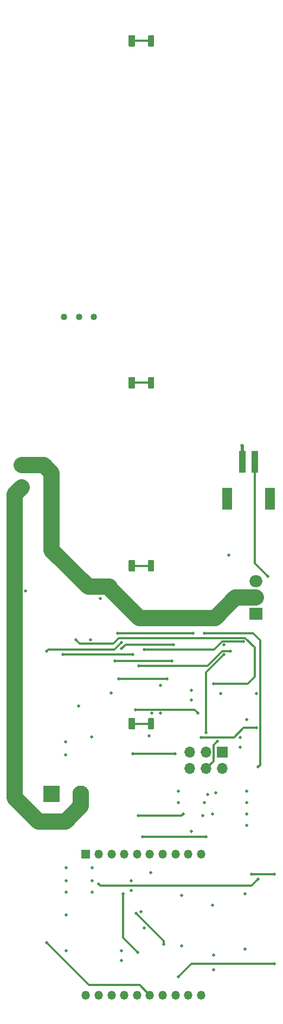
<source format=gbr>
G04 #@! TF.GenerationSoftware,KiCad,Pcbnew,(5.1.7)-1*
G04 #@! TF.CreationDate,2021-11-09T10:37:56-06:00*
G04 #@! TF.ProjectId,cutdown,63757464-6f77-46e2-9e6b-696361645f70,3.1*
G04 #@! TF.SameCoordinates,Original*
G04 #@! TF.FileFunction,Copper,L4,Bot*
G04 #@! TF.FilePolarity,Positive*
%FSLAX46Y46*%
G04 Gerber Fmt 4.6, Leading zero omitted, Abs format (unit mm)*
G04 Created by KiCad (PCBNEW (5.1.7)-1) date 2021-11-09 10:37:56*
%MOMM*%
%LPD*%
G01*
G04 APERTURE LIST*
G04 #@! TA.AperFunction,ComponentPad*
%ADD10R,1.700000X1.700000*%
G04 #@! TD*
G04 #@! TA.AperFunction,ComponentPad*
%ADD11O,1.700000X1.700000*%
G04 #@! TD*
G04 #@! TA.AperFunction,ComponentPad*
%ADD12C,2.100000*%
G04 #@! TD*
G04 #@! TA.AperFunction,ComponentPad*
%ADD13R,2.625000X2.625000*%
G04 #@! TD*
G04 #@! TA.AperFunction,ComponentPad*
%ADD14C,2.625000*%
G04 #@! TD*
G04 #@! TA.AperFunction,ComponentPad*
%ADD15R,1.350000X1.350000*%
G04 #@! TD*
G04 #@! TA.AperFunction,ComponentPad*
%ADD16O,1.350000X1.350000*%
G04 #@! TD*
G04 #@! TA.AperFunction,ComponentPad*
%ADD17R,2.000000X1.905000*%
G04 #@! TD*
G04 #@! TA.AperFunction,ComponentPad*
%ADD18O,2.000000X1.905000*%
G04 #@! TD*
G04 #@! TA.AperFunction,SMDPad,CuDef*
%ADD19R,1.000000X3.500000*%
G04 #@! TD*
G04 #@! TA.AperFunction,SMDPad,CuDef*
%ADD20R,1.500000X3.400000*%
G04 #@! TD*
G04 #@! TA.AperFunction,ViaPad*
%ADD21C,0.508000*%
G04 #@! TD*
G04 #@! TA.AperFunction,ViaPad*
%ADD22C,1.016000*%
G04 #@! TD*
G04 #@! TA.AperFunction,Conductor*
%ADD23C,0.508000*%
G04 #@! TD*
G04 #@! TA.AperFunction,Conductor*
%ADD24C,0.304800*%
G04 #@! TD*
G04 #@! TA.AperFunction,Conductor*
%ADD25C,2.540000*%
G04 #@! TD*
G04 APERTURE END LIST*
D10*
X136398000Y-137414000D03*
D11*
X136398000Y-139954000D03*
X133858000Y-137414000D03*
X133858000Y-139954000D03*
X131318000Y-137414000D03*
X131318000Y-139954000D03*
D12*
X105029000Y-96111000D03*
X105029000Y-92611000D03*
D13*
X109700000Y-143944000D03*
D14*
X114300000Y-143944000D03*
D15*
X115062000Y-153338000D03*
D16*
X115062000Y-175338000D03*
X117062000Y-153338000D03*
X117062000Y-175338000D03*
X119062000Y-153338000D03*
X119062000Y-175338000D03*
X121062000Y-153338000D03*
X121062000Y-175338000D03*
X123062000Y-153338000D03*
X123062000Y-175338000D03*
X125062000Y-153338000D03*
X125062000Y-175338000D03*
X127062000Y-153338000D03*
X127062000Y-175338000D03*
X129062000Y-153338000D03*
X129062000Y-175338000D03*
X131062000Y-153338000D03*
X131062000Y-175338000D03*
X133062000Y-153338000D03*
X133062000Y-175338000D03*
D17*
X141605000Y-115824000D03*
D18*
X141605000Y-113284000D03*
X141605000Y-110744000D03*
D19*
X139462000Y-92075000D03*
X141462000Y-92075000D03*
D20*
X137112000Y-97825000D03*
X143812000Y-97825000D03*
G04 #@! TA.AperFunction,SMDPad,CuDef*
G36*
G01*
X124768000Y-27188200D02*
X124768000Y-25643800D01*
G75*
G02*
X124880800Y-25531000I112800J0D01*
G01*
X125595200Y-25531000D01*
G75*
G02*
X125708000Y-25643800I0J-112800D01*
G01*
X125708000Y-27188200D01*
G75*
G02*
X125595200Y-27301000I-112800J0D01*
G01*
X124880800Y-27301000D01*
G75*
G02*
X124768000Y-27188200I0J112800D01*
G01*
G37*
G04 #@! TD.AperFunction*
G04 #@! TA.AperFunction,SMDPad,CuDef*
G36*
G01*
X121688000Y-27170200D02*
X121688000Y-25661800D01*
G75*
G02*
X121818800Y-25531000I130800J0D01*
G01*
X122647200Y-25531000D01*
G75*
G02*
X122778000Y-25661800I0J-130800D01*
G01*
X122778000Y-27170200D01*
G75*
G02*
X122647200Y-27301000I-130800J0D01*
G01*
X121818800Y-27301000D01*
G75*
G02*
X121688000Y-27170200I0J130800D01*
G01*
G37*
G04 #@! TD.AperFunction*
G04 #@! TA.AperFunction,SMDPad,CuDef*
G36*
G01*
X121688000Y-80510200D02*
X121688000Y-79001800D01*
G75*
G02*
X121818800Y-78871000I130800J0D01*
G01*
X122647200Y-78871000D01*
G75*
G02*
X122778000Y-79001800I0J-130800D01*
G01*
X122778000Y-80510200D01*
G75*
G02*
X122647200Y-80641000I-130800J0D01*
G01*
X121818800Y-80641000D01*
G75*
G02*
X121688000Y-80510200I0J130800D01*
G01*
G37*
G04 #@! TD.AperFunction*
G04 #@! TA.AperFunction,SMDPad,CuDef*
G36*
G01*
X124768000Y-80528200D02*
X124768000Y-78983800D01*
G75*
G02*
X124880800Y-78871000I112800J0D01*
G01*
X125595200Y-78871000D01*
G75*
G02*
X125708000Y-78983800I0J-112800D01*
G01*
X125708000Y-80528200D01*
G75*
G02*
X125595200Y-80641000I-112800J0D01*
G01*
X124880800Y-80641000D01*
G75*
G02*
X124768000Y-80528200I0J112800D01*
G01*
G37*
G04 #@! TD.AperFunction*
G04 #@! TA.AperFunction,SMDPad,CuDef*
G36*
G01*
X124768000Y-133741200D02*
X124768000Y-132196800D01*
G75*
G02*
X124880800Y-132084000I112800J0D01*
G01*
X125595200Y-132084000D01*
G75*
G02*
X125708000Y-132196800I0J-112800D01*
G01*
X125708000Y-133741200D01*
G75*
G02*
X125595200Y-133854000I-112800J0D01*
G01*
X124880800Y-133854000D01*
G75*
G02*
X124768000Y-133741200I0J112800D01*
G01*
G37*
G04 #@! TD.AperFunction*
G04 #@! TA.AperFunction,SMDPad,CuDef*
G36*
G01*
X121688000Y-133723200D02*
X121688000Y-132214800D01*
G75*
G02*
X121818800Y-132084000I130800J0D01*
G01*
X122647200Y-132084000D01*
G75*
G02*
X122778000Y-132214800I0J-130800D01*
G01*
X122778000Y-133723200D01*
G75*
G02*
X122647200Y-133854000I-130800J0D01*
G01*
X121818800Y-133854000D01*
G75*
G02*
X121688000Y-133723200I0J130800D01*
G01*
G37*
G04 #@! TD.AperFunction*
G04 #@! TA.AperFunction,SMDPad,CuDef*
G36*
G01*
X124768000Y-109103200D02*
X124768000Y-107558800D01*
G75*
G02*
X124880800Y-107446000I112800J0D01*
G01*
X125595200Y-107446000D01*
G75*
G02*
X125708000Y-107558800I0J-112800D01*
G01*
X125708000Y-109103200D01*
G75*
G02*
X125595200Y-109216000I-112800J0D01*
G01*
X124880800Y-109216000D01*
G75*
G02*
X124768000Y-109103200I0J112800D01*
G01*
G37*
G04 #@! TD.AperFunction*
G04 #@! TA.AperFunction,SMDPad,CuDef*
G36*
G01*
X121688000Y-109085200D02*
X121688000Y-107576800D01*
G75*
G02*
X121818800Y-107446000I130800J0D01*
G01*
X122647200Y-107446000D01*
G75*
G02*
X122778000Y-107576800I0J-130800D01*
G01*
X122778000Y-109085200D01*
G75*
G02*
X122647200Y-109216000I-130800J0D01*
G01*
X121818800Y-109216000D01*
G75*
G02*
X121688000Y-109085200I0J130800D01*
G01*
G37*
G04 #@! TD.AperFunction*
D21*
X105664000Y-112268000D03*
X136144000Y-128270000D03*
X131572000Y-127762000D03*
X131572000Y-129286000D03*
X141732000Y-128270000D03*
X111887000Y-135763000D03*
X113919000Y-130175000D03*
X139192000Y-136652000D03*
X134874000Y-147066000D03*
X135382000Y-143764000D03*
X129540000Y-145288000D03*
X129540000Y-143510000D03*
X140208000Y-147066000D03*
X130048000Y-167640000D03*
X130048000Y-159766000D03*
X122174000Y-157480000D03*
X123698000Y-162306000D03*
X124206000Y-164846000D03*
X120650000Y-169926000D03*
X112014000Y-155448000D03*
X112014000Y-157480000D03*
X112014000Y-159258000D03*
X124968000Y-134874000D03*
X111887000Y-137795000D03*
X118999000Y-128143000D03*
X139954000Y-159512000D03*
X139954000Y-168148000D03*
X134874000Y-161290000D03*
D22*
X114046000Y-69469000D03*
X116332000Y-69469000D03*
X111633000Y-69469000D03*
D21*
X117348000Y-113411000D03*
X139446000Y-89535000D03*
X125349000Y-131318000D03*
X137414000Y-106680000D03*
X136652000Y-120650000D03*
X126746000Y-131318000D03*
X126746000Y-127000000D03*
X139192000Y-135128000D03*
X134112000Y-144018000D03*
X133604000Y-145288000D03*
X133350000Y-147320000D03*
X140208000Y-148844000D03*
X140208000Y-145288000D03*
X140208000Y-143510000D03*
X125222000Y-156210000D03*
X122174000Y-159004000D03*
X112014000Y-168402000D03*
X112014000Y-162814000D03*
X135001000Y-169037000D03*
X135001000Y-171323000D03*
X116078000Y-159258000D03*
X116078000Y-157480000D03*
X116078000Y-155448000D03*
X120650000Y-168402000D03*
X140208000Y-132334000D03*
X115951000Y-135001000D03*
X115824000Y-119888000D03*
X131572000Y-149733000D03*
X124206000Y-121412000D03*
X139700000Y-120142000D03*
X123952000Y-150622000D03*
X133858000Y-150622000D03*
X123291640Y-123952050D03*
X137668000Y-121666000D03*
X130302000Y-147066000D03*
X123240800Y-147320000D03*
X133096000Y-135109200D03*
X141732000Y-133604000D03*
X143510000Y-109982000D03*
X136652000Y-122174000D03*
X133858000Y-134366000D03*
X129540000Y-172466000D03*
X140970000Y-156464000D03*
X144526000Y-156464000D03*
X144526000Y-170434000D03*
X117094000Y-157988000D03*
X141986000Y-157226000D03*
X141986000Y-139700000D03*
X133604000Y-118872000D03*
X135604000Y-135668000D03*
X131826000Y-118872000D03*
X120015000Y-118872000D03*
X123190000Y-168656000D03*
X120904000Y-159512000D03*
X128778000Y-120650000D03*
X120664132Y-121270868D03*
X122936000Y-162560000D03*
X127241618Y-167398382D03*
X132588000Y-131318000D03*
X122834430Y-130810000D03*
X120192800Y-125984000D03*
X127762000Y-125984000D03*
X119634000Y-123190000D03*
X128524000Y-123190000D03*
X120650000Y-120269000D03*
X108966000Y-121666000D03*
X113538000Y-119888000D03*
X135001000Y-126746000D03*
X122428000Y-137668000D03*
X129032000Y-137668000D03*
X122428000Y-122174000D03*
X111506000Y-122174000D03*
X108966000Y-167132000D03*
D23*
X139462000Y-89551000D02*
X139446000Y-89535000D01*
X139462000Y-92075000D02*
X139462000Y-89551000D01*
D24*
X139649199Y-120091199D02*
X139700000Y-120142000D01*
X136383775Y-120091199D02*
X139649199Y-120091199D01*
X135062974Y-121412000D02*
X136383775Y-120091199D01*
X124206000Y-121412000D02*
X135062974Y-121412000D01*
X133858000Y-150622000D02*
X123952000Y-150622000D01*
X137617199Y-121615199D02*
X137668000Y-121666000D01*
X136383775Y-121615199D02*
X137617199Y-121615199D01*
X134046924Y-123952050D02*
X136383775Y-121615199D01*
X123291640Y-123952050D02*
X134046924Y-123952050D01*
X130048000Y-147320000D02*
X123240800Y-147320000D01*
X130302000Y-147066000D02*
X130048000Y-147320000D01*
X133096000Y-135109200D02*
X138194800Y-135109200D01*
X139700000Y-133604000D02*
X141732000Y-133604000D01*
X138194800Y-135109200D02*
X139700000Y-133604000D01*
X141462000Y-107934000D02*
X141462000Y-92075000D01*
X143510000Y-109982000D02*
X141462000Y-107934000D01*
X133858000Y-124968000D02*
X136652000Y-122174000D01*
X133858000Y-134366000D02*
X133858000Y-124968000D01*
X140970000Y-156464000D02*
X144526000Y-156464000D01*
X131572000Y-170434000D02*
X129540000Y-172466000D01*
X144526000Y-170434000D02*
X131572000Y-170434000D01*
X140970001Y-158241999D02*
X141986000Y-157226000D01*
X117347999Y-158241999D02*
X140970001Y-158241999D01*
X117094000Y-157988000D02*
X117347999Y-158241999D01*
X142290801Y-139395199D02*
X142290801Y-119938801D01*
X141986000Y-139700000D02*
X142290801Y-139395199D01*
X141224000Y-118872000D02*
X133604000Y-118872000D01*
X142290801Y-119938801D02*
X141224000Y-118872000D01*
X135012801Y-136259199D02*
X135604000Y-135668000D01*
X135012801Y-138799199D02*
X135012801Y-136259199D01*
X133858000Y-139954000D02*
X135012801Y-138799199D01*
X120904000Y-118872000D02*
X131826000Y-118872000D01*
X120015000Y-118872000D02*
X120904000Y-118872000D01*
X120904000Y-166370000D02*
X120904000Y-159512000D01*
X123190000Y-168656000D02*
X120904000Y-166370000D01*
X121285000Y-120650000D02*
X120664132Y-121270868D01*
X125857000Y-120650000D02*
X121285000Y-120650000D01*
X125857000Y-120650000D02*
X128778000Y-120650000D01*
X127241618Y-166865618D02*
X122936000Y-162560000D01*
X127241618Y-167398382D02*
X127241618Y-166865618D01*
X122885231Y-130759199D02*
X122834430Y-130810000D01*
X132029199Y-130759199D02*
X122885231Y-130759199D01*
X132588000Y-131318000D02*
X132029199Y-130759199D01*
X120192800Y-125984000D02*
X127762000Y-125984000D01*
X119634000Y-123190000D02*
X128524000Y-123190000D01*
X119506999Y-121412001D02*
X120650000Y-120269000D01*
X109219999Y-121412001D02*
X119506999Y-121412001D01*
X108966000Y-121666000D02*
X109219999Y-121412001D01*
D25*
X103979001Y-97160999D02*
X103979001Y-144492001D01*
X105029000Y-96111000D02*
X103979001Y-97160999D01*
X103979001Y-144492001D02*
X107696000Y-148209000D01*
X114300000Y-145800155D02*
X114300000Y-143944000D01*
X111891155Y-148209000D02*
X114300000Y-145800155D01*
X107696000Y-148209000D02*
X111891155Y-148209000D01*
D24*
X119329199Y-120446801D02*
X114096801Y-120446801D01*
X114096801Y-120446801D02*
X113538000Y-119888000D01*
X120192801Y-119583199D02*
X119329199Y-120446801D01*
X139968225Y-119583199D02*
X120192801Y-119583199D01*
X141478000Y-121092974D02*
X139968225Y-119583199D01*
X141478000Y-125603000D02*
X141478000Y-121092974D01*
X140335000Y-126746000D02*
X141478000Y-125603000D01*
X135001000Y-126746000D02*
X140335000Y-126746000D01*
D25*
X105029000Y-92611000D02*
X108486000Y-92611000D01*
X108486000Y-92611000D02*
X109728000Y-93853000D01*
X115428427Y-111607599D02*
X118778777Y-111607599D01*
X109728000Y-105907172D02*
X115428427Y-111607599D01*
X109728000Y-93853000D02*
X109728000Y-105907172D01*
X123422247Y-116456401D02*
X135257599Y-116456401D01*
X118778777Y-111812931D02*
X123422247Y-116456401D01*
X118778777Y-111607599D02*
X118778777Y-111812931D01*
X138430000Y-113284000D02*
X141605000Y-113284000D01*
X135257599Y-116456401D02*
X138430000Y-113284000D01*
D24*
X122428000Y-137668000D02*
X128270000Y-137668000D01*
X128270000Y-137668000D02*
X129032000Y-137668000D01*
X111506000Y-122174000D02*
X113284000Y-122174000D01*
X122428000Y-122174000D02*
X113284000Y-122174000D01*
X125062000Y-175338000D02*
X123460000Y-173736000D01*
X115570000Y-173736000D02*
X108966000Y-167132000D01*
X123460000Y-173736000D02*
X115570000Y-173736000D01*
X122233000Y-26416000D02*
X125238000Y-26416000D01*
X122233000Y-79756000D02*
X125238000Y-79756000D01*
X122233000Y-132969000D02*
X125238000Y-132969000D01*
X122233000Y-108331000D02*
X125238000Y-108331000D01*
M02*

</source>
